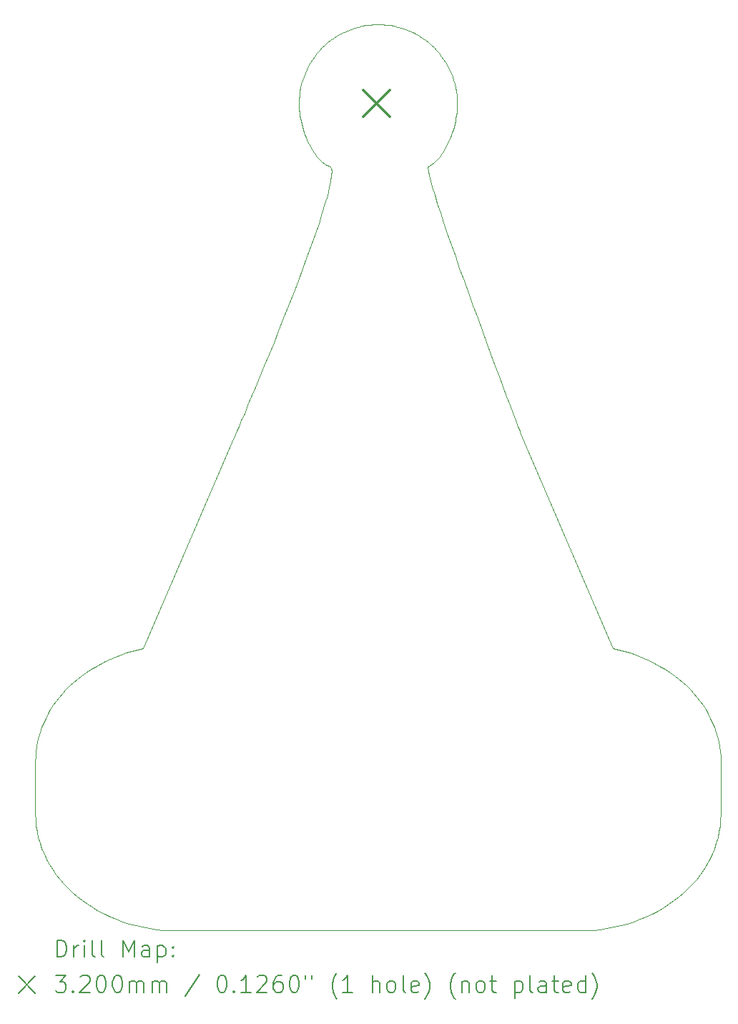
<source format=gbr>
%TF.GenerationSoftware,KiCad,Pcbnew,(6.0.8)*%
%TF.CreationDate,2022-12-11T00:01:39-05:00*%
%TF.ProjectId,Christmas Ornament 2022,43687269-7374-46d6-9173-204f726e616d,rev?*%
%TF.SameCoordinates,Original*%
%TF.FileFunction,Drillmap*%
%TF.FilePolarity,Positive*%
%FSLAX45Y45*%
G04 Gerber Fmt 4.5, Leading zero omitted, Abs format (unit mm)*
G04 Created by KiCad (PCBNEW (6.0.8)) date 2022-12-11 00:01:39*
%MOMM*%
%LPD*%
G01*
G04 APERTURE LIST*
%ADD10C,0.007000*%
%ADD11C,0.200000*%
%ADD12C,0.320000*%
G04 APERTURE END LIST*
D10*
X20424140Y-13186345D02*
X20422562Y-13126205D01*
X20417871Y-13066733D01*
X20410133Y-13007979D01*
X20399410Y-12949995D01*
X20385769Y-12892834D01*
X20369273Y-12836546D01*
X20349987Y-12781185D01*
X20327976Y-12726802D01*
X20303304Y-12673449D01*
X20276036Y-12621178D01*
X20246236Y-12570041D01*
X20213969Y-12520089D01*
X20179300Y-12471375D01*
X20142293Y-12423950D01*
X20103012Y-12377867D01*
X20061523Y-12333178D01*
X20017890Y-12289933D01*
X19972177Y-12248186D01*
X19924449Y-12207988D01*
X19874771Y-12169391D01*
X19823207Y-12132446D01*
X19769821Y-12097207D01*
X19714679Y-12063724D01*
X19657844Y-12032050D01*
X19599382Y-12002237D01*
X19539357Y-11974336D01*
X19477834Y-11948400D01*
X19414877Y-11924479D01*
X19350550Y-11902627D01*
X19284919Y-11882896D01*
X19218047Y-11865336D01*
X19150000Y-11850000D01*
X20424140Y-13806867D02*
X20424140Y-13186345D01*
X18734177Y-15187052D02*
X18821142Y-15185256D01*
X18906967Y-15179926D01*
X18991543Y-15171149D01*
X19074765Y-15159011D01*
X19156527Y-15143600D01*
X19236723Y-15125001D01*
X19315246Y-15103303D01*
X19391990Y-15078590D01*
X19466849Y-15050951D01*
X19539717Y-15020471D01*
X19610487Y-14987238D01*
X19679054Y-14951338D01*
X19745312Y-14912858D01*
X19809153Y-14871884D01*
X19870473Y-14828504D01*
X19929164Y-14782805D01*
X19985121Y-14734872D01*
X20038237Y-14684792D01*
X20088406Y-14632653D01*
X20135523Y-14578541D01*
X20179480Y-14522542D01*
X20220172Y-14464744D01*
X20257493Y-14405233D01*
X20291335Y-14344096D01*
X20321594Y-14281420D01*
X20348163Y-14217291D01*
X20370936Y-14151796D01*
X20389806Y-14085022D01*
X20404668Y-14017055D01*
X20415415Y-13947982D01*
X20421941Y-13877891D01*
X20424140Y-13806867D01*
X14000277Y-15187052D02*
X18734177Y-15187052D01*
X12310314Y-13806867D02*
X12312512Y-13877891D01*
X12319039Y-13947982D01*
X12329786Y-14017055D01*
X12344647Y-14085022D01*
X12363518Y-14151796D01*
X12386290Y-14217291D01*
X12412859Y-14281420D01*
X12443118Y-14344096D01*
X12476961Y-14405233D01*
X12514282Y-14464744D01*
X12554974Y-14522542D01*
X12598931Y-14578541D01*
X12646047Y-14632653D01*
X12696217Y-14684792D01*
X12749333Y-14734872D01*
X12805290Y-14782805D01*
X12863981Y-14828504D01*
X12925300Y-14871884D01*
X12989142Y-14912858D01*
X13055399Y-14951338D01*
X13123966Y-14987238D01*
X13194737Y-15020471D01*
X13267605Y-15050951D01*
X13342464Y-15078590D01*
X13419208Y-15103303D01*
X13497731Y-15125001D01*
X13577926Y-15143600D01*
X13659688Y-15159011D01*
X13742911Y-15171149D01*
X13827487Y-15179926D01*
X13913311Y-15185256D01*
X14000277Y-15187052D01*
X12310314Y-13186345D02*
X12310314Y-13806867D01*
X13584454Y-11850000D02*
X13516407Y-11865336D01*
X13449535Y-11882896D01*
X13383904Y-11902627D01*
X13319577Y-11924479D01*
X13256620Y-11948400D01*
X13195096Y-11974336D01*
X13135071Y-12002237D01*
X13076609Y-12032050D01*
X13019775Y-12063724D01*
X12964633Y-12097207D01*
X12911247Y-12132446D01*
X12859683Y-12169391D01*
X12810004Y-12207988D01*
X12762276Y-12248186D01*
X12716564Y-12289933D01*
X12672930Y-12333178D01*
X12631441Y-12377867D01*
X12592161Y-12423950D01*
X12555154Y-12471375D01*
X12520484Y-12520089D01*
X12488218Y-12570041D01*
X12458418Y-12621178D01*
X12431150Y-12673449D01*
X12406478Y-12726802D01*
X12384467Y-12781185D01*
X12365181Y-12836546D01*
X12348685Y-12892834D01*
X12335043Y-12949995D01*
X12324321Y-13007979D01*
X12316582Y-13066733D01*
X12311891Y-13126205D01*
X12310314Y-13186345D01*
X14662328Y-9352418D02*
X13584454Y-11850000D01*
X15797500Y-6145000D02*
X15811720Y-6164484D01*
X15817485Y-6200281D01*
X15815321Y-6251281D01*
X15805752Y-6316374D01*
X15789304Y-6394449D01*
X15766500Y-6484396D01*
X15737867Y-6585105D01*
X15703928Y-6695465D01*
X15665208Y-6814365D01*
X15622233Y-6940696D01*
X15575526Y-7073347D01*
X15525614Y-7211207D01*
X15473021Y-7353167D01*
X15418271Y-7498115D01*
X15361889Y-7644942D01*
X15304401Y-7792536D01*
X15246331Y-7939789D01*
X15188204Y-8085588D01*
X15130544Y-8228824D01*
X15073877Y-8368387D01*
X15018728Y-8503166D01*
X14965620Y-8632050D01*
X14915080Y-8753930D01*
X14867631Y-8867694D01*
X14823800Y-8972233D01*
X14784109Y-9066436D01*
X14749085Y-9149193D01*
X14719252Y-9219393D01*
X14695135Y-9275926D01*
X14677259Y-9317681D01*
X14666148Y-9343549D01*
X14662328Y-9352418D01*
X15430627Y-5402007D02*
X15431299Y-5437968D01*
X15433276Y-5473562D01*
X15436495Y-5508746D01*
X15440897Y-5543472D01*
X15446421Y-5577696D01*
X15453005Y-5611372D01*
X15460590Y-5644453D01*
X15469114Y-5676895D01*
X15478516Y-5708652D01*
X15488737Y-5739678D01*
X15499714Y-5769928D01*
X15511388Y-5799356D01*
X15523697Y-5827915D01*
X15536581Y-5855562D01*
X15549979Y-5882250D01*
X15563831Y-5907933D01*
X15578074Y-5932565D01*
X15592650Y-5956102D01*
X15607496Y-5978498D01*
X15622552Y-5999706D01*
X15637758Y-6019681D01*
X15653052Y-6038379D01*
X15668375Y-6055752D01*
X15683664Y-6071755D01*
X15698859Y-6086343D01*
X15713901Y-6099471D01*
X15728726Y-6111091D01*
X15743276Y-6121160D01*
X15757489Y-6129631D01*
X15771305Y-6136458D01*
X15784662Y-6141596D01*
X15797500Y-6145000D01*
X16367227Y-4465407D02*
X16319029Y-4466626D01*
X16271465Y-4470243D01*
X16224591Y-4476199D01*
X16178469Y-4484436D01*
X16133155Y-4494894D01*
X16088710Y-4507515D01*
X16045192Y-4522240D01*
X16002659Y-4539010D01*
X15961171Y-4557766D01*
X15920787Y-4578450D01*
X15881565Y-4601002D01*
X15843564Y-4625363D01*
X15806844Y-4651476D01*
X15771462Y-4679281D01*
X15737478Y-4708718D01*
X15704950Y-4739730D01*
X15673938Y-4772258D01*
X15644500Y-4806242D01*
X15616696Y-4841624D01*
X15590583Y-4878345D01*
X15566221Y-4916345D01*
X15543669Y-4955567D01*
X15522986Y-4995952D01*
X15504230Y-5037440D01*
X15487460Y-5079972D01*
X15472735Y-5123490D01*
X15460114Y-5167936D01*
X15449655Y-5213249D01*
X15441419Y-5259372D01*
X15435463Y-5306245D01*
X15431846Y-5353809D01*
X15430627Y-5402007D01*
X17303827Y-5402007D02*
X17302608Y-5353809D01*
X17298991Y-5306245D01*
X17293035Y-5259372D01*
X17284798Y-5213249D01*
X17274340Y-5167936D01*
X17261719Y-5123490D01*
X17246994Y-5079972D01*
X17230224Y-5037439D01*
X17211468Y-4995952D01*
X17190784Y-4955567D01*
X17168232Y-4916345D01*
X17143870Y-4878345D01*
X17117758Y-4841624D01*
X17089953Y-4806242D01*
X17060515Y-4772258D01*
X17029503Y-4739730D01*
X16996976Y-4708718D01*
X16962992Y-4679281D01*
X16927610Y-4651476D01*
X16890889Y-4625363D01*
X16852888Y-4601002D01*
X16813667Y-4578450D01*
X16773282Y-4557766D01*
X16731794Y-4539010D01*
X16689262Y-4522240D01*
X16645743Y-4507515D01*
X16601298Y-4494894D01*
X16555985Y-4484436D01*
X16509862Y-4476199D01*
X16462989Y-4470243D01*
X16415424Y-4466626D01*
X16367227Y-4465407D01*
X16960000Y-6142500D02*
X16970744Y-6139326D01*
X16982138Y-6134403D01*
X16994118Y-6127776D01*
X17006617Y-6119493D01*
X17019571Y-6109600D01*
X17032915Y-6098141D01*
X17046583Y-6085164D01*
X17060512Y-6070715D01*
X17074636Y-6054839D01*
X17088890Y-6037582D01*
X17103209Y-6018992D01*
X17117528Y-5999113D01*
X17131782Y-5977993D01*
X17145906Y-5955676D01*
X17159835Y-5932209D01*
X17173504Y-5907639D01*
X17186848Y-5882011D01*
X17199802Y-5855371D01*
X17212302Y-5827766D01*
X17224281Y-5799242D01*
X17235676Y-5769844D01*
X17246420Y-5739618D01*
X17256450Y-5708612D01*
X17265700Y-5676871D01*
X17274105Y-5644440D01*
X17281601Y-5611367D01*
X17288121Y-5577697D01*
X17293602Y-5543476D01*
X17297978Y-5508750D01*
X17301184Y-5473566D01*
X17303155Y-5437970D01*
X17303827Y-5402007D01*
X18072126Y-9352418D02*
X18068737Y-9343529D01*
X18058867Y-9317605D01*
X18042962Y-9275759D01*
X18021468Y-9219106D01*
X17994830Y-9148759D01*
X17963494Y-9065831D01*
X17927906Y-8971436D01*
X17888512Y-8866689D01*
X17845757Y-8752702D01*
X17800087Y-8630589D01*
X17751948Y-8501465D01*
X17701785Y-8366443D01*
X17650044Y-8226636D01*
X17597172Y-8083159D01*
X17543613Y-7937124D01*
X17489813Y-7789646D01*
X17436218Y-7641839D01*
X17383274Y-7494816D01*
X17331427Y-7349690D01*
X17281122Y-7207576D01*
X17232805Y-7069588D01*
X17186921Y-6936838D01*
X17143917Y-6810441D01*
X17104238Y-6691511D01*
X17068330Y-6581160D01*
X17036639Y-6480503D01*
X17009610Y-6390654D01*
X16987689Y-6312726D01*
X16971322Y-6247833D01*
X16960954Y-6197088D01*
X16957032Y-6161606D01*
X16960000Y-6142500D01*
X19150000Y-11850000D02*
X18072126Y-9352418D01*
D11*
D12*
X16190000Y-5240000D02*
X16510000Y-5560000D01*
X16510000Y-5240000D02*
X16190000Y-5560000D01*
D11*
X12567583Y-15497878D02*
X12567583Y-15297878D01*
X12615202Y-15297878D01*
X12643773Y-15307402D01*
X12662821Y-15326450D01*
X12672344Y-15345497D01*
X12681868Y-15383592D01*
X12681868Y-15412164D01*
X12672344Y-15450259D01*
X12662821Y-15469307D01*
X12643773Y-15488354D01*
X12615202Y-15497878D01*
X12567583Y-15497878D01*
X12767583Y-15497878D02*
X12767583Y-15364545D01*
X12767583Y-15402640D02*
X12777106Y-15383592D01*
X12786630Y-15374069D01*
X12805678Y-15364545D01*
X12824725Y-15364545D01*
X12891392Y-15497878D02*
X12891392Y-15364545D01*
X12891392Y-15297878D02*
X12881868Y-15307402D01*
X12891392Y-15316926D01*
X12900916Y-15307402D01*
X12891392Y-15297878D01*
X12891392Y-15316926D01*
X13015202Y-15497878D02*
X12996154Y-15488354D01*
X12986630Y-15469307D01*
X12986630Y-15297878D01*
X13119964Y-15497878D02*
X13100916Y-15488354D01*
X13091392Y-15469307D01*
X13091392Y-15297878D01*
X13348535Y-15497878D02*
X13348535Y-15297878D01*
X13415202Y-15440735D01*
X13481868Y-15297878D01*
X13481868Y-15497878D01*
X13662821Y-15497878D02*
X13662821Y-15393116D01*
X13653297Y-15374069D01*
X13634249Y-15364545D01*
X13596154Y-15364545D01*
X13577106Y-15374069D01*
X13662821Y-15488354D02*
X13643773Y-15497878D01*
X13596154Y-15497878D01*
X13577106Y-15488354D01*
X13567583Y-15469307D01*
X13567583Y-15450259D01*
X13577106Y-15431212D01*
X13596154Y-15421688D01*
X13643773Y-15421688D01*
X13662821Y-15412164D01*
X13758059Y-15364545D02*
X13758059Y-15564545D01*
X13758059Y-15374069D02*
X13777106Y-15364545D01*
X13815202Y-15364545D01*
X13834249Y-15374069D01*
X13843773Y-15383592D01*
X13853297Y-15402640D01*
X13853297Y-15459783D01*
X13843773Y-15478831D01*
X13834249Y-15488354D01*
X13815202Y-15497878D01*
X13777106Y-15497878D01*
X13758059Y-15488354D01*
X13939011Y-15478831D02*
X13948535Y-15488354D01*
X13939011Y-15497878D01*
X13929487Y-15488354D01*
X13939011Y-15478831D01*
X13939011Y-15497878D01*
X13939011Y-15374069D02*
X13948535Y-15383592D01*
X13939011Y-15393116D01*
X13929487Y-15383592D01*
X13939011Y-15374069D01*
X13939011Y-15393116D01*
X12109964Y-15727402D02*
X12309964Y-15927402D01*
X12309964Y-15727402D02*
X12109964Y-15927402D01*
X12548535Y-15717878D02*
X12672344Y-15717878D01*
X12605678Y-15794069D01*
X12634249Y-15794069D01*
X12653297Y-15803592D01*
X12662821Y-15813116D01*
X12672344Y-15832164D01*
X12672344Y-15879783D01*
X12662821Y-15898831D01*
X12653297Y-15908354D01*
X12634249Y-15917878D01*
X12577106Y-15917878D01*
X12558059Y-15908354D01*
X12548535Y-15898831D01*
X12758059Y-15898831D02*
X12767583Y-15908354D01*
X12758059Y-15917878D01*
X12748535Y-15908354D01*
X12758059Y-15898831D01*
X12758059Y-15917878D01*
X12843773Y-15736926D02*
X12853297Y-15727402D01*
X12872344Y-15717878D01*
X12919964Y-15717878D01*
X12939011Y-15727402D01*
X12948535Y-15736926D01*
X12958059Y-15755973D01*
X12958059Y-15775021D01*
X12948535Y-15803592D01*
X12834249Y-15917878D01*
X12958059Y-15917878D01*
X13081868Y-15717878D02*
X13100916Y-15717878D01*
X13119964Y-15727402D01*
X13129487Y-15736926D01*
X13139011Y-15755973D01*
X13148535Y-15794069D01*
X13148535Y-15841688D01*
X13139011Y-15879783D01*
X13129487Y-15898831D01*
X13119964Y-15908354D01*
X13100916Y-15917878D01*
X13081868Y-15917878D01*
X13062821Y-15908354D01*
X13053297Y-15898831D01*
X13043773Y-15879783D01*
X13034249Y-15841688D01*
X13034249Y-15794069D01*
X13043773Y-15755973D01*
X13053297Y-15736926D01*
X13062821Y-15727402D01*
X13081868Y-15717878D01*
X13272344Y-15717878D02*
X13291392Y-15717878D01*
X13310440Y-15727402D01*
X13319964Y-15736926D01*
X13329487Y-15755973D01*
X13339011Y-15794069D01*
X13339011Y-15841688D01*
X13329487Y-15879783D01*
X13319964Y-15898831D01*
X13310440Y-15908354D01*
X13291392Y-15917878D01*
X13272344Y-15917878D01*
X13253297Y-15908354D01*
X13243773Y-15898831D01*
X13234249Y-15879783D01*
X13224725Y-15841688D01*
X13224725Y-15794069D01*
X13234249Y-15755973D01*
X13243773Y-15736926D01*
X13253297Y-15727402D01*
X13272344Y-15717878D01*
X13424725Y-15917878D02*
X13424725Y-15784545D01*
X13424725Y-15803592D02*
X13434249Y-15794069D01*
X13453297Y-15784545D01*
X13481868Y-15784545D01*
X13500916Y-15794069D01*
X13510440Y-15813116D01*
X13510440Y-15917878D01*
X13510440Y-15813116D02*
X13519964Y-15794069D01*
X13539011Y-15784545D01*
X13567583Y-15784545D01*
X13586630Y-15794069D01*
X13596154Y-15813116D01*
X13596154Y-15917878D01*
X13691392Y-15917878D02*
X13691392Y-15784545D01*
X13691392Y-15803592D02*
X13700916Y-15794069D01*
X13719964Y-15784545D01*
X13748535Y-15784545D01*
X13767583Y-15794069D01*
X13777106Y-15813116D01*
X13777106Y-15917878D01*
X13777106Y-15813116D02*
X13786630Y-15794069D01*
X13805678Y-15784545D01*
X13834249Y-15784545D01*
X13853297Y-15794069D01*
X13862821Y-15813116D01*
X13862821Y-15917878D01*
X14253297Y-15708354D02*
X14081868Y-15965497D01*
X14510440Y-15717878D02*
X14529487Y-15717878D01*
X14548535Y-15727402D01*
X14558059Y-15736926D01*
X14567583Y-15755973D01*
X14577106Y-15794069D01*
X14577106Y-15841688D01*
X14567583Y-15879783D01*
X14558059Y-15898831D01*
X14548535Y-15908354D01*
X14529487Y-15917878D01*
X14510440Y-15917878D01*
X14491392Y-15908354D01*
X14481868Y-15898831D01*
X14472344Y-15879783D01*
X14462821Y-15841688D01*
X14462821Y-15794069D01*
X14472344Y-15755973D01*
X14481868Y-15736926D01*
X14491392Y-15727402D01*
X14510440Y-15717878D01*
X14662821Y-15898831D02*
X14672344Y-15908354D01*
X14662821Y-15917878D01*
X14653297Y-15908354D01*
X14662821Y-15898831D01*
X14662821Y-15917878D01*
X14862821Y-15917878D02*
X14748535Y-15917878D01*
X14805678Y-15917878D02*
X14805678Y-15717878D01*
X14786630Y-15746450D01*
X14767583Y-15765497D01*
X14748535Y-15775021D01*
X14939011Y-15736926D02*
X14948535Y-15727402D01*
X14967583Y-15717878D01*
X15015202Y-15717878D01*
X15034249Y-15727402D01*
X15043773Y-15736926D01*
X15053297Y-15755973D01*
X15053297Y-15775021D01*
X15043773Y-15803592D01*
X14929487Y-15917878D01*
X15053297Y-15917878D01*
X15224725Y-15717878D02*
X15186630Y-15717878D01*
X15167583Y-15727402D01*
X15158059Y-15736926D01*
X15139011Y-15765497D01*
X15129487Y-15803592D01*
X15129487Y-15879783D01*
X15139011Y-15898831D01*
X15148535Y-15908354D01*
X15167583Y-15917878D01*
X15205678Y-15917878D01*
X15224725Y-15908354D01*
X15234249Y-15898831D01*
X15243773Y-15879783D01*
X15243773Y-15832164D01*
X15234249Y-15813116D01*
X15224725Y-15803592D01*
X15205678Y-15794069D01*
X15167583Y-15794069D01*
X15148535Y-15803592D01*
X15139011Y-15813116D01*
X15129487Y-15832164D01*
X15367583Y-15717878D02*
X15386630Y-15717878D01*
X15405678Y-15727402D01*
X15415202Y-15736926D01*
X15424725Y-15755973D01*
X15434249Y-15794069D01*
X15434249Y-15841688D01*
X15424725Y-15879783D01*
X15415202Y-15898831D01*
X15405678Y-15908354D01*
X15386630Y-15917878D01*
X15367583Y-15917878D01*
X15348535Y-15908354D01*
X15339011Y-15898831D01*
X15329487Y-15879783D01*
X15319964Y-15841688D01*
X15319964Y-15794069D01*
X15329487Y-15755973D01*
X15339011Y-15736926D01*
X15348535Y-15727402D01*
X15367583Y-15717878D01*
X15510440Y-15717878D02*
X15510440Y-15755973D01*
X15586630Y-15717878D02*
X15586630Y-15755973D01*
X15881868Y-15994069D02*
X15872344Y-15984545D01*
X15853297Y-15955973D01*
X15843773Y-15936926D01*
X15834249Y-15908354D01*
X15824725Y-15860735D01*
X15824725Y-15822640D01*
X15834249Y-15775021D01*
X15843773Y-15746450D01*
X15853297Y-15727402D01*
X15872344Y-15698831D01*
X15881868Y-15689307D01*
X16062821Y-15917878D02*
X15948535Y-15917878D01*
X16005678Y-15917878D02*
X16005678Y-15717878D01*
X15986630Y-15746450D01*
X15967583Y-15765497D01*
X15948535Y-15775021D01*
X16300916Y-15917878D02*
X16300916Y-15717878D01*
X16386630Y-15917878D02*
X16386630Y-15813116D01*
X16377106Y-15794069D01*
X16358059Y-15784545D01*
X16329487Y-15784545D01*
X16310440Y-15794069D01*
X16300916Y-15803592D01*
X16510440Y-15917878D02*
X16491392Y-15908354D01*
X16481868Y-15898831D01*
X16472344Y-15879783D01*
X16472344Y-15822640D01*
X16481868Y-15803592D01*
X16491392Y-15794069D01*
X16510440Y-15784545D01*
X16539011Y-15784545D01*
X16558059Y-15794069D01*
X16567583Y-15803592D01*
X16577106Y-15822640D01*
X16577106Y-15879783D01*
X16567583Y-15898831D01*
X16558059Y-15908354D01*
X16539011Y-15917878D01*
X16510440Y-15917878D01*
X16691392Y-15917878D02*
X16672344Y-15908354D01*
X16662821Y-15889307D01*
X16662821Y-15717878D01*
X16843773Y-15908354D02*
X16824726Y-15917878D01*
X16786630Y-15917878D01*
X16767583Y-15908354D01*
X16758059Y-15889307D01*
X16758059Y-15813116D01*
X16767583Y-15794069D01*
X16786630Y-15784545D01*
X16824726Y-15784545D01*
X16843773Y-15794069D01*
X16853297Y-15813116D01*
X16853297Y-15832164D01*
X16758059Y-15851212D01*
X16919964Y-15994069D02*
X16929487Y-15984545D01*
X16948535Y-15955973D01*
X16958059Y-15936926D01*
X16967583Y-15908354D01*
X16977106Y-15860735D01*
X16977106Y-15822640D01*
X16967583Y-15775021D01*
X16958059Y-15746450D01*
X16948535Y-15727402D01*
X16929487Y-15698831D01*
X16919964Y-15689307D01*
X17281868Y-15994069D02*
X17272345Y-15984545D01*
X17253297Y-15955973D01*
X17243773Y-15936926D01*
X17234249Y-15908354D01*
X17224726Y-15860735D01*
X17224726Y-15822640D01*
X17234249Y-15775021D01*
X17243773Y-15746450D01*
X17253297Y-15727402D01*
X17272345Y-15698831D01*
X17281868Y-15689307D01*
X17358059Y-15784545D02*
X17358059Y-15917878D01*
X17358059Y-15803592D02*
X17367583Y-15794069D01*
X17386630Y-15784545D01*
X17415202Y-15784545D01*
X17434249Y-15794069D01*
X17443773Y-15813116D01*
X17443773Y-15917878D01*
X17567583Y-15917878D02*
X17548535Y-15908354D01*
X17539011Y-15898831D01*
X17529487Y-15879783D01*
X17529487Y-15822640D01*
X17539011Y-15803592D01*
X17548535Y-15794069D01*
X17567583Y-15784545D01*
X17596154Y-15784545D01*
X17615202Y-15794069D01*
X17624726Y-15803592D01*
X17634249Y-15822640D01*
X17634249Y-15879783D01*
X17624726Y-15898831D01*
X17615202Y-15908354D01*
X17596154Y-15917878D01*
X17567583Y-15917878D01*
X17691392Y-15784545D02*
X17767583Y-15784545D01*
X17719964Y-15717878D02*
X17719964Y-15889307D01*
X17729487Y-15908354D01*
X17748535Y-15917878D01*
X17767583Y-15917878D01*
X17986630Y-15784545D02*
X17986630Y-15984545D01*
X17986630Y-15794069D02*
X18005678Y-15784545D01*
X18043773Y-15784545D01*
X18062821Y-15794069D01*
X18072345Y-15803592D01*
X18081868Y-15822640D01*
X18081868Y-15879783D01*
X18072345Y-15898831D01*
X18062821Y-15908354D01*
X18043773Y-15917878D01*
X18005678Y-15917878D01*
X17986630Y-15908354D01*
X18196154Y-15917878D02*
X18177106Y-15908354D01*
X18167583Y-15889307D01*
X18167583Y-15717878D01*
X18358059Y-15917878D02*
X18358059Y-15813116D01*
X18348535Y-15794069D01*
X18329487Y-15784545D01*
X18291392Y-15784545D01*
X18272345Y-15794069D01*
X18358059Y-15908354D02*
X18339011Y-15917878D01*
X18291392Y-15917878D01*
X18272345Y-15908354D01*
X18262821Y-15889307D01*
X18262821Y-15870259D01*
X18272345Y-15851212D01*
X18291392Y-15841688D01*
X18339011Y-15841688D01*
X18358059Y-15832164D01*
X18424726Y-15784545D02*
X18500916Y-15784545D01*
X18453297Y-15717878D02*
X18453297Y-15889307D01*
X18462821Y-15908354D01*
X18481868Y-15917878D01*
X18500916Y-15917878D01*
X18643773Y-15908354D02*
X18624726Y-15917878D01*
X18586630Y-15917878D01*
X18567583Y-15908354D01*
X18558059Y-15889307D01*
X18558059Y-15813116D01*
X18567583Y-15794069D01*
X18586630Y-15784545D01*
X18624726Y-15784545D01*
X18643773Y-15794069D01*
X18653297Y-15813116D01*
X18653297Y-15832164D01*
X18558059Y-15851212D01*
X18824726Y-15917878D02*
X18824726Y-15717878D01*
X18824726Y-15908354D02*
X18805678Y-15917878D01*
X18767583Y-15917878D01*
X18748535Y-15908354D01*
X18739011Y-15898831D01*
X18729487Y-15879783D01*
X18729487Y-15822640D01*
X18739011Y-15803592D01*
X18748535Y-15794069D01*
X18767583Y-15784545D01*
X18805678Y-15784545D01*
X18824726Y-15794069D01*
X18900916Y-15994069D02*
X18910440Y-15984545D01*
X18929487Y-15955973D01*
X18939011Y-15936926D01*
X18948535Y-15908354D01*
X18958059Y-15860735D01*
X18958059Y-15822640D01*
X18948535Y-15775021D01*
X18939011Y-15746450D01*
X18929487Y-15727402D01*
X18910440Y-15698831D01*
X18900916Y-15689307D01*
M02*

</source>
